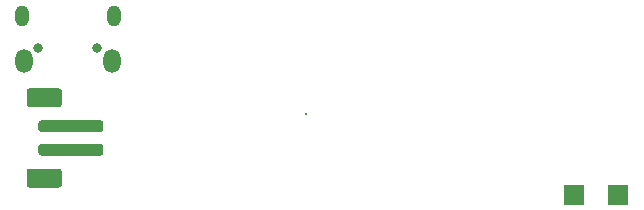
<source format=gbs>
G04 #@! TF.GenerationSoftware,KiCad,Pcbnew,5.1.10-88a1d61d58~90~ubuntu20.04.1*
G04 #@! TF.CreationDate,2022-01-29T20:14:16-05:00*
G04 #@! TF.ProjectId,slg,736c672e-6b69-4636-9164-5f7063625858,v1.0*
G04 #@! TF.SameCoordinates,Original*
G04 #@! TF.FileFunction,Soldermask,Bot*
G04 #@! TF.FilePolarity,Negative*
%FSLAX46Y46*%
G04 Gerber Fmt 4.6, Leading zero omitted, Abs format (unit mm)*
G04 Created by KiCad (PCBNEW 5.1.10-88a1d61d58~90~ubuntu20.04.1) date 2022-01-29 20:14:16*
%MOMM*%
%LPD*%
G01*
G04 APERTURE LIST*
%ADD10R,1.700000X1.700000*%
%ADD11C,0.325000*%
%ADD12O,0.800000X0.800000*%
%ADD13O,1.150000X1.800000*%
%ADD14O,1.450000X2.000000*%
G04 APERTURE END LIST*
D10*
X86296500Y-43434000D03*
G36*
G01*
X40180000Y-41208000D02*
X42680000Y-41208000D01*
G75*
G02*
X42930000Y-41458000I0J-250000D01*
G01*
X42930000Y-42558000D01*
G75*
G02*
X42680000Y-42808000I-250000J0D01*
G01*
X40180000Y-42808000D01*
G75*
G02*
X39930000Y-42558000I0J250000D01*
G01*
X39930000Y-41458000D01*
G75*
G02*
X40180000Y-41208000I250000J0D01*
G01*
G37*
G36*
G01*
X40180000Y-34408000D02*
X42680000Y-34408000D01*
G75*
G02*
X42930000Y-34658000I0J-250000D01*
G01*
X42930000Y-35758000D01*
G75*
G02*
X42680000Y-36008000I-250000J0D01*
G01*
X40180000Y-36008000D01*
G75*
G02*
X39930000Y-35758000I0J250000D01*
G01*
X39930000Y-34658000D01*
G75*
G02*
X40180000Y-34408000I250000J0D01*
G01*
G37*
G36*
G01*
X41180000Y-39108000D02*
X46180000Y-39108000D01*
G75*
G02*
X46430000Y-39358000I0J-250000D01*
G01*
X46430000Y-39858000D01*
G75*
G02*
X46180000Y-40108000I-250000J0D01*
G01*
X41180000Y-40108000D01*
G75*
G02*
X40930000Y-39858000I0J250000D01*
G01*
X40930000Y-39358000D01*
G75*
G02*
X41180000Y-39108000I250000J0D01*
G01*
G37*
G36*
G01*
X41180000Y-37108000D02*
X46180000Y-37108000D01*
G75*
G02*
X46430000Y-37358000I0J-250000D01*
G01*
X46430000Y-37858000D01*
G75*
G02*
X46180000Y-38108000I-250000J0D01*
G01*
X41180000Y-38108000D01*
G75*
G02*
X40930000Y-37858000I0J250000D01*
G01*
X40930000Y-37358000D01*
G75*
G02*
X41180000Y-37108000I250000J0D01*
G01*
G37*
X90043000Y-43434000D03*
D11*
X63627000Y-36576000D03*
D12*
X40934000Y-31026000D03*
X45934000Y-31026000D03*
D13*
X39559000Y-28276000D03*
X47309000Y-28276000D03*
D14*
X39709000Y-32076000D03*
X47159000Y-32076000D03*
M02*

</source>
